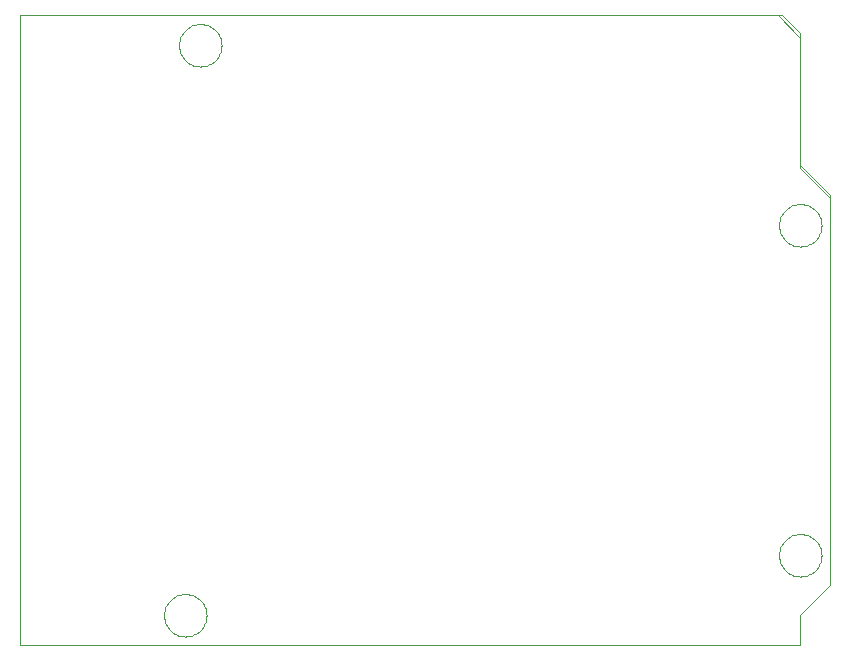
<source format=gbo>
G75*
G70*
%OFA0B0*%
%FSLAX24Y24*%
%IPPOS*%
%LPD*%
%AMOC8*
5,1,8,0,0,1.08239X$1,22.5*
%
%ADD10C,0.0000*%
D10*
X007831Y006663D02*
X007831Y027663D01*
X033231Y027663D01*
X033831Y027063D01*
X033831Y022563D01*
X034831Y021563D01*
X034831Y008663D01*
X033831Y007663D01*
X033831Y006663D01*
X007831Y006663D01*
X007831Y027663D01*
X033081Y027663D01*
X033831Y026913D01*
X033831Y022663D01*
X034831Y021663D01*
X034831Y008663D01*
X033831Y007663D01*
X033831Y006663D01*
X007831Y006663D01*
X012622Y007663D02*
X012624Y007716D01*
X012630Y007769D01*
X012640Y007821D01*
X012653Y007872D01*
X012671Y007922D01*
X012692Y007971D01*
X012717Y008018D01*
X012745Y008062D01*
X012777Y008105D01*
X012811Y008145D01*
X012849Y008183D01*
X012889Y008217D01*
X012932Y008249D01*
X012977Y008277D01*
X013023Y008302D01*
X013072Y008323D01*
X013122Y008341D01*
X013173Y008354D01*
X013225Y008364D01*
X013278Y008370D01*
X013331Y008372D01*
X013384Y008370D01*
X013437Y008364D01*
X013489Y008354D01*
X013540Y008341D01*
X013590Y008323D01*
X013639Y008302D01*
X013686Y008277D01*
X013730Y008249D01*
X013773Y008217D01*
X013813Y008183D01*
X013851Y008145D01*
X013885Y008105D01*
X013917Y008062D01*
X013945Y008017D01*
X013970Y007971D01*
X013991Y007922D01*
X014009Y007872D01*
X014022Y007821D01*
X014032Y007769D01*
X014038Y007716D01*
X014040Y007663D01*
X014038Y007610D01*
X014032Y007557D01*
X014022Y007505D01*
X014009Y007454D01*
X013991Y007404D01*
X013970Y007355D01*
X013945Y007308D01*
X013917Y007264D01*
X013885Y007221D01*
X013851Y007181D01*
X013813Y007143D01*
X013773Y007109D01*
X013730Y007077D01*
X013685Y007049D01*
X013639Y007024D01*
X013590Y007003D01*
X013540Y006985D01*
X013489Y006972D01*
X013437Y006962D01*
X013384Y006956D01*
X013331Y006954D01*
X013278Y006956D01*
X013225Y006962D01*
X013173Y006972D01*
X013122Y006985D01*
X013072Y007003D01*
X013023Y007024D01*
X012976Y007049D01*
X012932Y007077D01*
X012889Y007109D01*
X012849Y007143D01*
X012811Y007181D01*
X012777Y007221D01*
X012745Y007264D01*
X012717Y007309D01*
X012692Y007355D01*
X012671Y007404D01*
X012653Y007454D01*
X012640Y007505D01*
X012630Y007557D01*
X012624Y007610D01*
X012622Y007663D01*
X033122Y009663D02*
X033124Y009716D01*
X033130Y009769D01*
X033140Y009821D01*
X033153Y009872D01*
X033171Y009922D01*
X033192Y009971D01*
X033217Y010018D01*
X033245Y010062D01*
X033277Y010105D01*
X033311Y010145D01*
X033349Y010183D01*
X033389Y010217D01*
X033432Y010249D01*
X033477Y010277D01*
X033523Y010302D01*
X033572Y010323D01*
X033622Y010341D01*
X033673Y010354D01*
X033725Y010364D01*
X033778Y010370D01*
X033831Y010372D01*
X033884Y010370D01*
X033937Y010364D01*
X033989Y010354D01*
X034040Y010341D01*
X034090Y010323D01*
X034139Y010302D01*
X034186Y010277D01*
X034230Y010249D01*
X034273Y010217D01*
X034313Y010183D01*
X034351Y010145D01*
X034385Y010105D01*
X034417Y010062D01*
X034445Y010017D01*
X034470Y009971D01*
X034491Y009922D01*
X034509Y009872D01*
X034522Y009821D01*
X034532Y009769D01*
X034538Y009716D01*
X034540Y009663D01*
X034538Y009610D01*
X034532Y009557D01*
X034522Y009505D01*
X034509Y009454D01*
X034491Y009404D01*
X034470Y009355D01*
X034445Y009308D01*
X034417Y009264D01*
X034385Y009221D01*
X034351Y009181D01*
X034313Y009143D01*
X034273Y009109D01*
X034230Y009077D01*
X034185Y009049D01*
X034139Y009024D01*
X034090Y009003D01*
X034040Y008985D01*
X033989Y008972D01*
X033937Y008962D01*
X033884Y008956D01*
X033831Y008954D01*
X033778Y008956D01*
X033725Y008962D01*
X033673Y008972D01*
X033622Y008985D01*
X033572Y009003D01*
X033523Y009024D01*
X033476Y009049D01*
X033432Y009077D01*
X033389Y009109D01*
X033349Y009143D01*
X033311Y009181D01*
X033277Y009221D01*
X033245Y009264D01*
X033217Y009309D01*
X033192Y009355D01*
X033171Y009404D01*
X033153Y009454D01*
X033140Y009505D01*
X033130Y009557D01*
X033124Y009610D01*
X033122Y009663D01*
X033122Y020663D02*
X033124Y020716D01*
X033130Y020769D01*
X033140Y020821D01*
X033153Y020872D01*
X033171Y020922D01*
X033192Y020971D01*
X033217Y021018D01*
X033245Y021062D01*
X033277Y021105D01*
X033311Y021145D01*
X033349Y021183D01*
X033389Y021217D01*
X033432Y021249D01*
X033477Y021277D01*
X033523Y021302D01*
X033572Y021323D01*
X033622Y021341D01*
X033673Y021354D01*
X033725Y021364D01*
X033778Y021370D01*
X033831Y021372D01*
X033884Y021370D01*
X033937Y021364D01*
X033989Y021354D01*
X034040Y021341D01*
X034090Y021323D01*
X034139Y021302D01*
X034186Y021277D01*
X034230Y021249D01*
X034273Y021217D01*
X034313Y021183D01*
X034351Y021145D01*
X034385Y021105D01*
X034417Y021062D01*
X034445Y021017D01*
X034470Y020971D01*
X034491Y020922D01*
X034509Y020872D01*
X034522Y020821D01*
X034532Y020769D01*
X034538Y020716D01*
X034540Y020663D01*
X034538Y020610D01*
X034532Y020557D01*
X034522Y020505D01*
X034509Y020454D01*
X034491Y020404D01*
X034470Y020355D01*
X034445Y020308D01*
X034417Y020264D01*
X034385Y020221D01*
X034351Y020181D01*
X034313Y020143D01*
X034273Y020109D01*
X034230Y020077D01*
X034185Y020049D01*
X034139Y020024D01*
X034090Y020003D01*
X034040Y019985D01*
X033989Y019972D01*
X033937Y019962D01*
X033884Y019956D01*
X033831Y019954D01*
X033778Y019956D01*
X033725Y019962D01*
X033673Y019972D01*
X033622Y019985D01*
X033572Y020003D01*
X033523Y020024D01*
X033476Y020049D01*
X033432Y020077D01*
X033389Y020109D01*
X033349Y020143D01*
X033311Y020181D01*
X033277Y020221D01*
X033245Y020264D01*
X033217Y020309D01*
X033192Y020355D01*
X033171Y020404D01*
X033153Y020454D01*
X033140Y020505D01*
X033130Y020557D01*
X033124Y020610D01*
X033122Y020663D01*
X013122Y026663D02*
X013124Y026716D01*
X013130Y026769D01*
X013140Y026821D01*
X013153Y026872D01*
X013171Y026922D01*
X013192Y026971D01*
X013217Y027018D01*
X013245Y027062D01*
X013277Y027105D01*
X013311Y027145D01*
X013349Y027183D01*
X013389Y027217D01*
X013432Y027249D01*
X013477Y027277D01*
X013523Y027302D01*
X013572Y027323D01*
X013622Y027341D01*
X013673Y027354D01*
X013725Y027364D01*
X013778Y027370D01*
X013831Y027372D01*
X013884Y027370D01*
X013937Y027364D01*
X013989Y027354D01*
X014040Y027341D01*
X014090Y027323D01*
X014139Y027302D01*
X014186Y027277D01*
X014230Y027249D01*
X014273Y027217D01*
X014313Y027183D01*
X014351Y027145D01*
X014385Y027105D01*
X014417Y027062D01*
X014445Y027017D01*
X014470Y026971D01*
X014491Y026922D01*
X014509Y026872D01*
X014522Y026821D01*
X014532Y026769D01*
X014538Y026716D01*
X014540Y026663D01*
X014538Y026610D01*
X014532Y026557D01*
X014522Y026505D01*
X014509Y026454D01*
X014491Y026404D01*
X014470Y026355D01*
X014445Y026308D01*
X014417Y026264D01*
X014385Y026221D01*
X014351Y026181D01*
X014313Y026143D01*
X014273Y026109D01*
X014230Y026077D01*
X014185Y026049D01*
X014139Y026024D01*
X014090Y026003D01*
X014040Y025985D01*
X013989Y025972D01*
X013937Y025962D01*
X013884Y025956D01*
X013831Y025954D01*
X013778Y025956D01*
X013725Y025962D01*
X013673Y025972D01*
X013622Y025985D01*
X013572Y026003D01*
X013523Y026024D01*
X013476Y026049D01*
X013432Y026077D01*
X013389Y026109D01*
X013349Y026143D01*
X013311Y026181D01*
X013277Y026221D01*
X013245Y026264D01*
X013217Y026309D01*
X013192Y026355D01*
X013171Y026404D01*
X013153Y026454D01*
X013140Y026505D01*
X013130Y026557D01*
X013124Y026610D01*
X013122Y026663D01*
M02*

</source>
